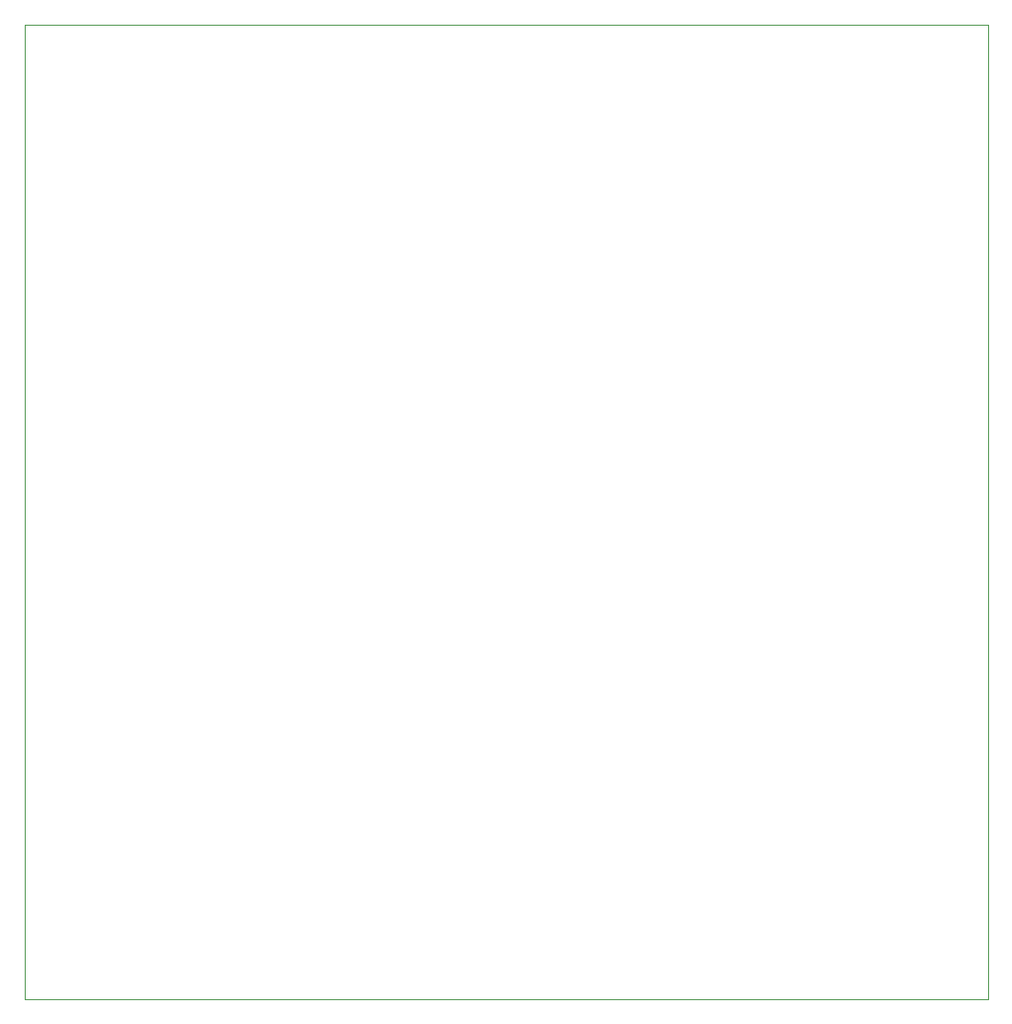
<source format=gbr>
G04 #@! TF.GenerationSoftware,KiCad,Pcbnew,(5.1.2-1)-1*
G04 #@! TF.CreationDate,2021-05-31T13:23:38-04:00*
G04 #@! TF.ProjectId,Analog Shift Register - CGS,416e616c-6f67-4205-9368-696674205265,rev?*
G04 #@! TF.SameCoordinates,Original*
G04 #@! TF.FileFunction,Profile,NP*
%FSLAX46Y46*%
G04 Gerber Fmt 4.6, Leading zero omitted, Abs format (unit mm)*
G04 Created by KiCad (PCBNEW (5.1.2-1)-1) date 2021-05-31 13:23:38*
%MOMM*%
%LPD*%
G04 APERTURE LIST*
%ADD10C,0.050000*%
G04 APERTURE END LIST*
D10*
X101092000Y-12192000D02*
X12192000Y-12192000D01*
X101092000Y-102108000D02*
X101092000Y-12192000D01*
X12192000Y-102108000D02*
X101092000Y-102108000D01*
X12192000Y-12192000D02*
X12192000Y-102108000D01*
M02*

</source>
